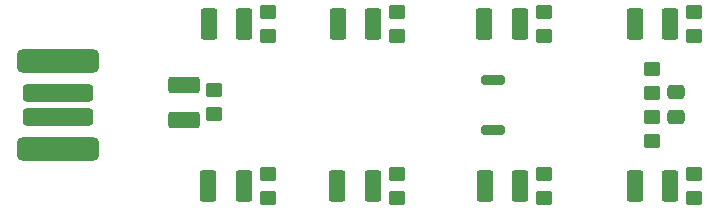
<source format=gbr>
%TF.GenerationSoftware,KiCad,Pcbnew,7.0.11+dfsg-1build4*%
%TF.CreationDate,2025-10-24T22:04:28+11:00*%
%TF.ProjectId,usb-ic,7573622d-6963-42e6-9b69-6361645f7063,rev?*%
%TF.SameCoordinates,Original*%
%TF.FileFunction,Paste,Top*%
%TF.FilePolarity,Positive*%
%FSLAX46Y46*%
G04 Gerber Fmt 4.6, Leading zero omitted, Abs format (unit mm)*
G04 Created by KiCad (PCBNEW 7.0.11+dfsg-1build4) date 2025-10-24 22:04:28*
%MOMM*%
%LPD*%
G01*
G04 APERTURE LIST*
G04 Aperture macros list*
%AMRoundRect*
0 Rectangle with rounded corners*
0 $1 Rounding radius*
0 $2 $3 $4 $5 $6 $7 $8 $9 X,Y pos of 4 corners*
0 Add a 4 corners polygon primitive as box body*
4,1,4,$2,$3,$4,$5,$6,$7,$8,$9,$2,$3,0*
0 Add four circle primitives for the rounded corners*
1,1,$1+$1,$2,$3*
1,1,$1+$1,$4,$5*
1,1,$1+$1,$6,$7*
1,1,$1+$1,$8,$9*
0 Add four rect primitives between the rounded corners*
20,1,$1+$1,$2,$3,$4,$5,0*
20,1,$1+$1,$4,$5,$6,$7,0*
20,1,$1+$1,$6,$7,$8,$9,0*
20,1,$1+$1,$8,$9,$2,$3,0*%
G04 Aperture macros list end*
%ADD10RoundRect,0.250000X-0.475000X0.337500X-0.475000X-0.337500X0.475000X-0.337500X0.475000X0.337500X0*%
%ADD11RoundRect,0.250001X-0.462499X-1.074999X0.462499X-1.074999X0.462499X1.074999X-0.462499X1.074999X0*%
%ADD12RoundRect,0.200000X-0.800000X0.200000X-0.800000X-0.200000X0.800000X-0.200000X0.800000X0.200000X0*%
%ADD13RoundRect,0.250000X-0.450000X0.350000X-0.450000X-0.350000X0.450000X-0.350000X0.450000X0.350000X0*%
%ADD14RoundRect,0.250001X-1.074999X0.462499X-1.074999X-0.462499X1.074999X-0.462499X1.074999X0.462499X0*%
%ADD15RoundRect,0.250000X0.450000X-0.350000X0.450000X0.350000X-0.450000X0.350000X-0.450000X-0.350000X0*%
%ADD16RoundRect,0.500000X-3.000000X-0.500000X3.000000X-0.500000X3.000000X0.500000X-3.000000X0.500000X0*%
%ADD17RoundRect,0.375000X-2.625000X-0.375000X2.625000X-0.375000X2.625000X0.375000X-2.625000X0.375000X0*%
G04 APERTURE END LIST*
D10*
%TO.C,C1*%
X188712000Y-104605000D03*
X188712000Y-106680000D03*
%TD*%
D11*
%TO.C,D9*%
X185239000Y-98806000D03*
X188214000Y-98806000D03*
%TD*%
D12*
%TO.C,SW1*%
X173228000Y-103564000D03*
X173228000Y-107764000D03*
%TD*%
D11*
%TO.C,D4*%
X149098000Y-112522000D03*
X152073000Y-112522000D03*
%TD*%
%TO.C,D8*%
X172466000Y-98806000D03*
X175441000Y-98806000D03*
%TD*%
%TO.C,D1*%
X185239000Y-112522000D03*
X188214000Y-112522000D03*
%TD*%
D13*
%TO.C,R11*%
X190246000Y-97822000D03*
X190246000Y-99822000D03*
%TD*%
D11*
%TO.C,D3*%
X160020000Y-112522000D03*
X162995000Y-112522000D03*
%TD*%
%TO.C,D2*%
X172539000Y-112522000D03*
X175514000Y-112522000D03*
%TD*%
D14*
%TO.C,D5*%
X147066000Y-103959000D03*
X147066000Y-106934000D03*
%TD*%
D13*
%TO.C,R1*%
X186680000Y-102648000D03*
X186680000Y-104648000D03*
%TD*%
%TO.C,R2*%
X186680000Y-106712000D03*
X186680000Y-108712000D03*
%TD*%
D15*
%TO.C,R4*%
X177546000Y-113538000D03*
X177546000Y-111538000D03*
%TD*%
%TO.C,R3*%
X190246000Y-113538000D03*
X190246000Y-111538000D03*
%TD*%
D13*
%TO.C,R9*%
X165100000Y-97790000D03*
X165100000Y-99790000D03*
%TD*%
D15*
%TO.C,R7*%
X149606000Y-104394000D03*
X149606000Y-106394000D03*
%TD*%
D13*
%TO.C,R8*%
X154178000Y-97822000D03*
X154178000Y-99822000D03*
%TD*%
D11*
%TO.C,D6*%
X149171000Y-98806000D03*
X152146000Y-98806000D03*
%TD*%
%TO.C,D7*%
X160093000Y-98806000D03*
X163068000Y-98806000D03*
%TD*%
D15*
%TO.C,R6*%
X154178000Y-113538000D03*
X154178000Y-111538000D03*
%TD*%
D16*
%TO.C,U3*%
X136398000Y-101930000D03*
D17*
X136398000Y-104680000D03*
X136398000Y-106680000D03*
D16*
X136398000Y-109430000D03*
%TD*%
D15*
%TO.C,R5*%
X165100000Y-113538000D03*
X165100000Y-111538000D03*
%TD*%
D13*
%TO.C,R10*%
X177546000Y-97806000D03*
X177546000Y-99806000D03*
%TD*%
M02*

</source>
